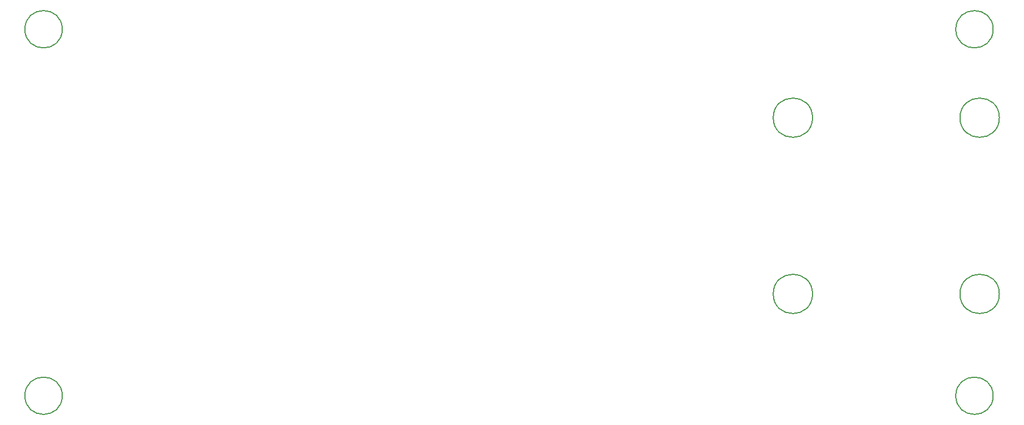
<source format=gbr>
G04 #@! TF.GenerationSoftware,KiCad,Pcbnew,(5.1.9)-1*
G04 #@! TF.CreationDate,2021-07-05T20:40:17-04:00*
G04 #@! TF.ProjectId,DepthABC,44657074-6841-4424-932e-6b696361645f,rev?*
G04 #@! TF.SameCoordinates,Original*
G04 #@! TF.FileFunction,Other,Comment*
%FSLAX46Y46*%
G04 Gerber Fmt 4.6, Leading zero omitted, Abs format (unit mm)*
G04 Created by KiCad (PCBNEW (5.1.9)-1) date 2021-07-05 20:40:17*
%MOMM*%
%LPD*%
G01*
G04 APERTURE LIST*
%ADD10C,0.150000*%
G04 APERTURE END LIST*
D10*
G04 #@! TO.C,H12*
X263252300Y-149210200D02*
G75*
G03*
X263252300Y-149210200I-3000000J0D01*
G01*
G04 #@! TO.C,H11*
X263252700Y-122280800D02*
G75*
G03*
X263252700Y-122280800I-3000000J0D01*
G01*
G04 #@! TO.C,H10*
X234757500Y-149207500D02*
G75*
G03*
X234757500Y-149207500I-3000000J0D01*
G01*
G04 #@! TO.C,H9*
X234757500Y-122283500D02*
G75*
G03*
X234757500Y-122283500I-3000000J0D01*
G01*
G04 #@! TO.C,H4*
X262307900Y-108767500D02*
G75*
G03*
X262307900Y-108767500I-2850000J0D01*
G01*
G04 #@! TO.C,H3*
X262304672Y-164766700D02*
G75*
G03*
X262304672Y-164766700I-2850000J0D01*
G01*
G04 #@! TO.C,H2*
X120298500Y-108767500D02*
G75*
G03*
X120298500Y-108767500I-2850000J0D01*
G01*
G04 #@! TO.C,H1*
X120298500Y-164766700D02*
G75*
G03*
X120298500Y-164766700I-2850000J0D01*
G01*
G04 #@! TD*
M02*

</source>
